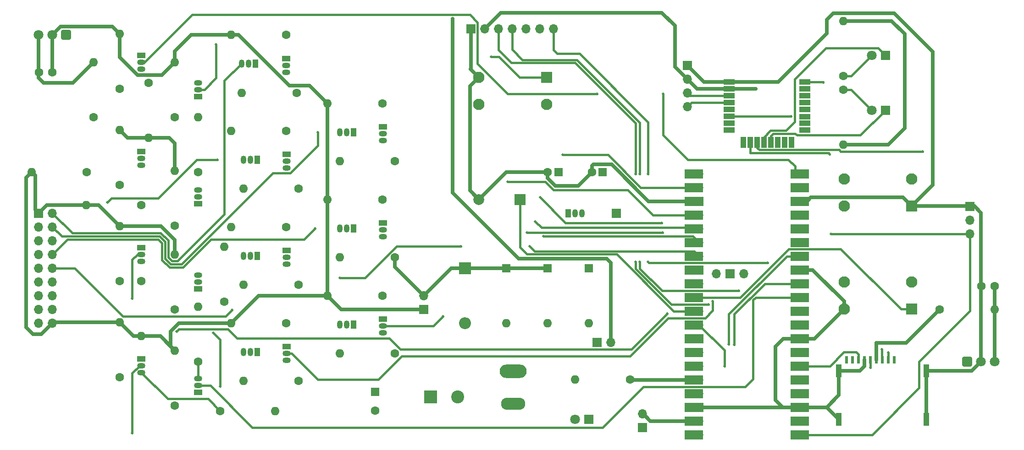
<source format=gbr>
%TF.GenerationSoftware,KiCad,Pcbnew,7.0.2*%
%TF.CreationDate,2023-07-21T23:10:52-07:00*%
%TF.ProjectId,Score-Board,53636f72-652d-4426-9f61-72642e6b6963,1*%
%TF.SameCoordinates,Original*%
%TF.FileFunction,Copper,L1,Top*%
%TF.FilePolarity,Positive*%
%FSLAX46Y46*%
G04 Gerber Fmt 4.6, Leading zero omitted, Abs format (unit mm)*
G04 Created by KiCad (PCBNEW 7.0.2) date 2023-07-21 23:10:52*
%MOMM*%
%LPD*%
G01*
G04 APERTURE LIST*
G04 Aperture macros list*
%AMRoundRect*
0 Rectangle with rounded corners*
0 $1 Rounding radius*
0 $2 $3 $4 $5 $6 $7 $8 $9 X,Y pos of 4 corners*
0 Add a 4 corners polygon primitive as box body*
4,1,4,$2,$3,$4,$5,$6,$7,$8,$9,$2,$3,0*
0 Add four circle primitives for the rounded corners*
1,1,$1+$1,$2,$3*
1,1,$1+$1,$4,$5*
1,1,$1+$1,$6,$7*
1,1,$1+$1,$8,$9*
0 Add four rect primitives between the rounded corners*
20,1,$1+$1,$2,$3,$4,$5,0*
20,1,$1+$1,$4,$5,$6,$7,0*
20,1,$1+$1,$6,$7,$8,$9,0*
20,1,$1+$1,$8,$9,$2,$3,0*%
G04 Aperture macros list end*
%TA.AperFunction,ComponentPad*%
%ADD10O,1.700000X1.700000*%
%TD*%
%TA.AperFunction,ComponentPad*%
%ADD11R,1.700000X1.700000*%
%TD*%
%TA.AperFunction,SMDPad,CuDef*%
%ADD12R,3.500000X1.700000*%
%TD*%
%TA.AperFunction,ComponentPad*%
%ADD13C,1.600000*%
%TD*%
%TA.AperFunction,ComponentPad*%
%ADD14O,1.600000X1.600000*%
%TD*%
%TA.AperFunction,ComponentPad*%
%ADD15R,1.500000X1.050000*%
%TD*%
%TA.AperFunction,ComponentPad*%
%ADD16O,1.500000X1.050000*%
%TD*%
%TA.AperFunction,ComponentPad*%
%ADD17R,1.600000X1.600000*%
%TD*%
%TA.AperFunction,ComponentPad*%
%ADD18R,1.050000X1.500000*%
%TD*%
%TA.AperFunction,ComponentPad*%
%ADD19O,1.050000X1.500000*%
%TD*%
%TA.AperFunction,SMDPad,CuDef*%
%ADD20R,0.620000X1.400000*%
%TD*%
%TA.AperFunction,SMDPad,CuDef*%
%ADD21R,1.100000X2.400000*%
%TD*%
%TA.AperFunction,ComponentPad*%
%ADD22R,2.100000X2.100000*%
%TD*%
%TA.AperFunction,ComponentPad*%
%ADD23C,2.100000*%
%TD*%
%TA.AperFunction,SMDPad,CuDef*%
%ADD24R,2.000000X1.000000*%
%TD*%
%TA.AperFunction,SMDPad,CuDef*%
%ADD25R,1.000000X2.000000*%
%TD*%
%TA.AperFunction,ComponentPad*%
%ADD26R,2.400000X2.400000*%
%TD*%
%TA.AperFunction,ComponentPad*%
%ADD27C,2.400000*%
%TD*%
%TA.AperFunction,ComponentPad*%
%ADD28R,2.000000X2.000000*%
%TD*%
%TA.AperFunction,ComponentPad*%
%ADD29C,2.000000*%
%TD*%
%TA.AperFunction,ComponentPad*%
%ADD30O,5.000000X2.500000*%
%TD*%
%TA.AperFunction,ComponentPad*%
%ADD31O,4.500000X2.250000*%
%TD*%
%TA.AperFunction,ComponentPad*%
%ADD32R,1.800000X1.800000*%
%TD*%
%TA.AperFunction,ComponentPad*%
%ADD33C,1.800000*%
%TD*%
%TA.AperFunction,ComponentPad*%
%ADD34R,2.200000X2.200000*%
%TD*%
%TA.AperFunction,ComponentPad*%
%ADD35O,2.200000X2.200000*%
%TD*%
%TA.AperFunction,ComponentPad*%
%ADD36RoundRect,0.250200X-0.649800X-0.649800X0.649800X-0.649800X0.649800X0.649800X-0.649800X0.649800X0*%
%TD*%
%TA.AperFunction,ComponentPad*%
%ADD37RoundRect,0.250200X0.649800X0.649800X-0.649800X0.649800X-0.649800X-0.649800X0.649800X-0.649800X0*%
%TD*%
%TA.AperFunction,ViaPad*%
%ADD38C,0.508000*%
%TD*%
%TA.AperFunction,ViaPad*%
%ADD39C,0.635000*%
%TD*%
%TA.AperFunction,Conductor*%
%ADD40C,0.381000*%
%TD*%
%TA.AperFunction,Conductor*%
%ADD41C,0.711200*%
%TD*%
G04 APERTURE END LIST*
D10*
%TO.P,U1,43,SWDIO*%
%TO.N,unconnected-(U1-SWDIO-Pad43)*%
X169455000Y-91286000D03*
D11*
%TO.P,U1,42,GND*%
%TO.N,unconnected-(U1-GND-Pad42)*%
X171995000Y-91286000D03*
D10*
%TO.P,U1,41,SWCLK*%
%TO.N,unconnected-(U1-SWCLK-Pad41)*%
X174535000Y-91286000D03*
%TO.P,U1,40,VBUS*%
%TO.N,unconnected-(U1-VBUS-Pad40)*%
X166229100Y-121016000D03*
D12*
X165329100Y-121016000D03*
D10*
%TO.P,U1,39,VSYS*%
%TO.N,VSS*%
X166229100Y-118476000D03*
D12*
X165329100Y-118476000D03*
D11*
%TO.P,U1,38,GND*%
%TO.N,GND*%
X166229100Y-115936000D03*
D12*
X165329100Y-115936000D03*
D10*
%TO.P,U1,37,3V3_EN*%
%TO.N,unconnected-(U1-3V3_EN-Pad37)*%
X166229100Y-113396000D03*
D12*
X165329100Y-113396000D03*
%TO.P,U1,36,3V3*%
%TO.N,+3.3V*%
X165329100Y-110856000D03*
D10*
X166229100Y-110856000D03*
D12*
%TO.P,U1,35,ADC_VREF*%
%TO.N,unconnected-(U1-ADC_VREF-Pad35)*%
X165329100Y-108316000D03*
D10*
X166229100Y-108316000D03*
D12*
%TO.P,U1,34,GPIO28_ADC2*%
%TO.N,/IR_2*%
X165329100Y-105776000D03*
D10*
X166229100Y-105776000D03*
D11*
%TO.P,U1,33,AGND*%
%TO.N,GND*%
X166229100Y-103236000D03*
D12*
X165329100Y-103236000D03*
%TO.P,U1,32,GPIO27_ADC1*%
%TO.N,/IR_1*%
X165329100Y-100696000D03*
D10*
X166229100Y-100696000D03*
D12*
%TO.P,U1,31,GPIO26_ADC0*%
%TO.N,/BZR*%
X165329100Y-98156000D03*
D10*
X166229100Y-98156000D03*
D12*
%TO.P,U1,30,RUN*%
%TO.N,/RESET*%
X165329100Y-95616000D03*
D10*
X166229100Y-95616000D03*
%TO.P,U1,29,GPIO22*%
%TO.N,/DE.IND*%
X166229100Y-93076000D03*
D12*
X165329100Y-93076000D03*
D11*
%TO.P,U1,28,GND*%
%TO.N,GND*%
X166229100Y-90536000D03*
D12*
X165329100Y-90536000D03*
%TO.P,U1,27,GPIO21*%
%TO.N,/DE.C01*%
X165329100Y-87996000D03*
D10*
X166229100Y-87996000D03*
%TO.P,U1,26,GPIO20*%
%TO.N,/DE.C10*%
X166229100Y-85456000D03*
D12*
X165329100Y-85456000D03*
D10*
%TO.P,U1,25,GPIO19*%
%TO.N,/DE.B01*%
X166229100Y-82916000D03*
D12*
X165329100Y-82916000D03*
%TO.P,U1,24,GPIO18*%
%TO.N,/DE.B10*%
X165329100Y-80376000D03*
D10*
X166229100Y-80376000D03*
D12*
%TO.P,U1,23,GND*%
%TO.N,GND*%
X165329100Y-77836000D03*
D11*
X166229100Y-77836000D03*
D10*
%TO.P,U1,22,GPIO17*%
%TO.N,/DE.A01*%
X166229100Y-75296000D03*
D12*
X165329100Y-75296000D03*
D10*
%TO.P,U1,21,GPIO16*%
%TO.N,/DE.A10*%
X166229100Y-72756000D03*
D12*
X165329100Y-72756000D03*
%TO.P,U1,20,GPIO15*%
%TO.N,/SE.A*%
X184909100Y-72756000D03*
D10*
X184009100Y-72756000D03*
D12*
%TO.P,U1,19,GPIO14*%
%TO.N,/SE.B*%
X184909100Y-75296000D03*
D10*
X184009100Y-75296000D03*
D11*
%TO.P,U1,18,GND*%
%TO.N,GND*%
X184009100Y-77836000D03*
D12*
X184909100Y-77836000D03*
D10*
%TO.P,U1,17,GPIO13*%
%TO.N,/SE.C*%
X184009100Y-80376000D03*
D12*
X184909100Y-80376000D03*
%TO.P,U1,16,GPIO12*%
%TO.N,/SE.D*%
X184909100Y-82916000D03*
D10*
X184009100Y-82916000D03*
%TO.P,U1,15,GPIO11*%
%TO.N,/SE.E*%
X184009100Y-85456000D03*
D12*
X184909100Y-85456000D03*
%TO.P,U1,14,GPIO10*%
%TO.N,/SE.F*%
X184909100Y-87996000D03*
D10*
X184009100Y-87996000D03*
D11*
%TO.P,U1,13,GND*%
%TO.N,GND*%
X184009100Y-90536000D03*
D12*
X184909100Y-90536000D03*
D10*
%TO.P,U1,12,GPIO9*%
%TO.N,/SE.G*%
X184009100Y-93076000D03*
D12*
X184909100Y-93076000D03*
%TO.P,U1,11,GPIO8*%
%TO.N,/SE.P*%
X184909100Y-95616000D03*
D10*
X184009100Y-95616000D03*
D12*
%TO.P,U1,10,GPIO7*%
%TO.N,/DISP_CD*%
X184909100Y-98156000D03*
D10*
X184009100Y-98156000D03*
%TO.P,U1,9,GPIO6*%
%TO.N,/DISP_CS-*%
X184009100Y-100696000D03*
D12*
X184909100Y-100696000D03*
D11*
%TO.P,U1,8,GND*%
%TO.N,GND*%
X184009100Y-103236000D03*
D12*
X184909100Y-103236000D03*
%TO.P,U1,7,GPIO5*%
%TO.N,/CARD_CS-*%
X184909100Y-105776000D03*
D10*
X184009100Y-105776000D03*
%TO.P,U1,6,GPIO4*%
%TO.N,/SPIMI*%
X184009100Y-108316000D03*
D12*
X184909100Y-108316000D03*
D10*
%TO.P,U1,5,GPIO3*%
%TO.N,/SPIMO*%
X184009100Y-110856000D03*
D12*
X184909100Y-110856000D03*
D10*
%TO.P,U1,4,GPIO2*%
%TO.N,/SPICK*%
X184009100Y-113396000D03*
D12*
X184909100Y-113396000D03*
%TO.P,U1,3,GND*%
%TO.N,GND*%
X184909100Y-115936000D03*
D11*
X184009100Y-115936000D03*
D12*
%TO.P,U1,2,GPIO1*%
%TO.N,/ZRX*%
X184909100Y-118476000D03*
D10*
X184009100Y-118476000D03*
D12*
%TO.P,U1,1,GPIO0*%
%TO.N,/ZTX*%
X184909100Y-121016000D03*
D10*
X184009100Y-121016000D03*
%TD*%
D13*
%TO.P,C5,1*%
%TO.N,GND*%
X46900000Y-54015000D03*
%TO.P,C5,2*%
%TO.N,/VIR.B*%
X44400000Y-54015000D03*
%TD*%
%TO.P,C4,1*%
%TO.N,GND*%
X218390000Y-93512000D03*
%TO.P,C4,2*%
%TO.N,/VIR.A*%
X220890000Y-93512000D03*
%TD*%
%TO.P,R21,1*%
%TO.N,/SD.A*%
X64680000Y-55920000D03*
D14*
%TO.P,R21,2*%
%TO.N,GND*%
X64680000Y-66080000D03*
%TD*%
D13*
%TO.P,R26,1*%
%TO.N,/SD.F*%
X78650000Y-96433000D03*
D14*
%TO.P,R26,2*%
%TO.N,GND*%
X78650000Y-86273000D03*
%TD*%
D15*
%TO.P,Q21,1,E*%
%TO.N,Net-(Q21-E)*%
X63304000Y-106974000D03*
D16*
%TO.P,Q21,2,B*%
%TO.N,/SE.G*%
X63304000Y-108244000D03*
%TO.P,Q21,3,C*%
%TO.N,/SD.G*%
X63304000Y-109514000D03*
%TD*%
D17*
%TO.P,C1,1*%
%TO.N,+12V*%
X106500000Y-113070000D03*
D13*
%TO.P,C1,2*%
%TO.N,GND*%
X106500000Y-116570000D03*
%TD*%
%TO.P,R7,1*%
%TO.N,Net-(Q1-E)*%
X90080000Y-47030000D03*
D14*
%TO.P,R7,2*%
%TO.N,GND*%
X79920000Y-47030000D03*
%TD*%
D18*
%TO.P,Q9,1,E*%
%TO.N,+12V*%
X102526000Y-65078000D03*
D19*
%TO.P,Q9,2,B*%
%TO.N,Net-(Q2-C)*%
X101256000Y-65078000D03*
%TO.P,Q9,3,C*%
%TO.N,/DD.A01*%
X99986000Y-65078000D03*
%TD*%
D13*
%TO.P,R11,1*%
%TO.N,Net-(Q3-E)*%
X90080000Y-64810000D03*
D14*
%TO.P,R11,2*%
%TO.N,GND*%
X79920000Y-64810000D03*
%TD*%
D13*
%TO.P,R5,1*%
%TO.N,+3.3V*%
X153580000Y-110784000D03*
D14*
%TO.P,R5,2*%
%TO.N,Net-(LED1-A)*%
X143420000Y-110784000D03*
%TD*%
D15*
%TO.P,Q6,1,E*%
%TO.N,Net-(Q6-E)*%
X107881000Y-99608000D03*
D16*
%TO.P,Q6,2,B*%
%TO.N,/DE.C10*%
X107881000Y-100878000D03*
%TO.P,Q6,3,C*%
%TO.N,Net-(Q13-B)*%
X107881000Y-102148000D03*
%TD*%
D11*
%TO.P,TP1,1,Pin_1*%
%TO.N,+5V*%
X151040000Y-80050000D03*
%TD*%
D20*
%TO.P,SD1,1,DAT2*%
%TO.N,unconnected-(SD1-DAT2-Pad1)*%
X202290000Y-107198000D03*
%TO.P,SD1,2,DAT3/CD*%
%TO.N,/CARD_CS-*%
X201190000Y-107198000D03*
%TO.P,SD1,3,CMD*%
%TO.N,/SPIMO*%
X200090000Y-107198000D03*
%TO.P,SD1,4,VDD*%
%TO.N,+3.3V*%
X198990000Y-107198000D03*
%TO.P,SD1,5,CLK*%
%TO.N,/SPICK*%
X197890000Y-107198000D03*
%TO.P,SD1,6,VSS*%
%TO.N,GND*%
X196790000Y-107198000D03*
%TO.P,SD1,7,DAT0*%
%TO.N,/SPIMI*%
X195690000Y-107198000D03*
%TO.P,SD1,8,DAT1*%
%TO.N,unconnected-(SD1-DAT1-Pad8)*%
X194590000Y-107198000D03*
%TO.P,SD1,9,DET*%
%TO.N,unconnected-(SD1-DET-Pad9)*%
X193490000Y-107198000D03*
D21*
%TO.P,SD1,10,SHIELD*%
%TO.N,GND*%
X192110000Y-109198000D03*
X192110000Y-118198000D03*
X208260000Y-109198000D03*
X208260000Y-118198000D03*
%TD*%
D13*
%TO.P,R27,1*%
%TO.N,/SD.G*%
X77888000Y-116626000D03*
D14*
%TO.P,R27,2*%
%TO.N,GND*%
X88048000Y-116626000D03*
%TD*%
D18*
%TO.P,Q12,1,E*%
%TO.N,+12V*%
X84746000Y-87938000D03*
D19*
%TO.P,Q12,2,B*%
%TO.N,Net-(Q12-B)*%
X83476000Y-87938000D03*
%TO.P,Q12,3,C*%
%TO.N,/DD.C01*%
X82206000Y-87938000D03*
%TD*%
D22*
%TO.P,SW1,1,1*%
%TO.N,/RESET*%
X205550000Y-97790000D03*
D23*
%TO.P,SW1,2,2*%
%TO.N,GND*%
X193050000Y-97790000D03*
%TO.P,SW1,3*%
%TO.N,N/C*%
X205550000Y-92790000D03*
%TO.P,SW1,4*%
X193050000Y-92790000D03*
%TD*%
D13*
%TO.P,R25,1*%
%TO.N,/SD.E*%
X63283000Y-92623000D03*
D14*
%TO.P,R25,2*%
%TO.N,GND*%
X63283000Y-102783000D03*
%TD*%
D13*
%TO.P,R13,1*%
%TO.N,Net-(Q4-E)*%
X107860000Y-77510000D03*
D14*
%TO.P,R13,2*%
%TO.N,GND*%
X97700000Y-77510000D03*
%TD*%
D15*
%TO.P,Q1,1,E*%
%TO.N,Net-(Q1-E)*%
X90080000Y-51475000D03*
D16*
%TO.P,Q1,2,B*%
%TO.N,/DE.A10*%
X90080000Y-52745000D03*
%TO.P,Q1,3,C*%
%TO.N,Net-(Q1-C)*%
X90080000Y-54015000D03*
%TD*%
D18*
%TO.P,Q13,1,E*%
%TO.N,+12V*%
X102526000Y-100638000D03*
D19*
%TO.P,Q13,2,B*%
%TO.N,Net-(Q13-B)*%
X101256000Y-100638000D03*
%TO.P,Q13,3,C*%
%TO.N,/DD.C10*%
X99986000Y-100638000D03*
%TD*%
D15*
%TO.P,Q4,1,E*%
%TO.N,Net-(Q4-E)*%
X107881000Y-81828000D03*
D16*
%TO.P,Q4,2,B*%
%TO.N,/DE.B01*%
X107881000Y-83098000D03*
%TO.P,Q4,3,C*%
%TO.N,Net-(Q11-B)*%
X107881000Y-84368000D03*
%TD*%
D24*
%TO.P,U2,1,GND*%
%TO.N,GND*%
X171822100Y-55812500D03*
%TO.P,U2,2,VCC*%
%TO.N,+3.3V*%
X171822100Y-57082500D03*
%TO.P,U2,3,D_CLK*%
%TO.N,/CC_CLK*%
X171822100Y-58352500D03*
%TO.P,U2,4,D_DATA*%
%TO.N,/CC_SDA*%
X171822100Y-59622500D03*
%TO.P,U2,5,P2.0*%
%TO.N,unconnected-(U2-P2.0-Pad5)*%
X171822100Y-60892500D03*
%TO.P,U2,6,NWK_KEY*%
%TO.N,/NWK_SEL*%
X171822100Y-62162500D03*
%TO.P,U2,7,P1.6*%
%TO.N,unconnected-(U2-P1.6-Pad7)*%
X171822100Y-63432500D03*
%TO.P,U2,8,NC*%
%TO.N,unconnected-(U2-NC-Pad8)*%
X171822100Y-64702500D03*
D25*
%TO.P,U2,9,NC*%
%TO.N,unconnected-(U2-NC-Pad9)*%
X174442100Y-66962500D03*
%TO.P,U2,10,UART0_TX*%
%TO.N,/ZTX*%
X175712100Y-66962500D03*
%TO.P,U2,11,UART0_RX*%
%TO.N,/ZRX*%
X176982100Y-66962500D03*
%TO.P,U2,12,RUN_LED*%
%TO.N,Net-(LED2-K)*%
X178252100Y-66962500D03*
%TO.P,U2,13,NWK_LED*%
%TO.N,Net-(LED3-K)*%
X179522100Y-66962500D03*
%TO.P,U2,14,P1.1*%
%TO.N,unconnected-(U2-P1.1-Pad14)*%
X180792372Y-66972349D03*
%TO.P,U2,15,P1.0*%
%TO.N,unconnected-(U2-P1.0-Pad15)*%
X182062100Y-66962500D03*
%TO.P,U2,16,P0.7*%
%TO.N,unconnected-(U2-P0.7-Pad16)*%
X183332100Y-66962500D03*
D24*
%TO.P,U2,17,P0.6*%
%TO.N,unconnected-(U2-P0.6-Pad17)*%
X185792100Y-64702500D03*
%TO.P,U2,18,P0.5*%
%TO.N,unconnected-(U2-P0.5-Pad18)*%
X185792100Y-63432500D03*
%TO.P,U2,19,P0.4*%
%TO.N,unconnected-(U2-P0.4-Pad19)*%
X185801319Y-62225188D03*
%TO.P,U2,20,P0.3*%
%TO.N,unconnected-(U2-P0.3-Pad20)*%
X185792100Y-60892500D03*
%TO.P,U2,21,P0.2*%
%TO.N,unconnected-(U2-P0.2-Pad21)*%
X185792100Y-59622500D03*
%TO.P,U2,22,P0.1*%
%TO.N,unconnected-(U2-P0.1-Pad22)*%
X185792100Y-58352500D03*
%TO.P,U2,23,P0.0*%
%TO.N,unconnected-(U2-P0.0-Pad23)*%
X185792100Y-57082500D03*
%TO.P,U2,24,RESET*%
%TO.N,/RESET*%
X185792100Y-55812500D03*
%TD*%
D10*
%TO.P,J4,3,Pin_3*%
%TO.N,/ZTX*%
X216318000Y-83860000D03*
%TO.P,J4,2,Pin_2*%
%TO.N,/ZRX*%
X216318000Y-81320000D03*
D11*
%TO.P,J4,1,Pin_1*%
%TO.N,GND*%
X216318000Y-78780000D03*
%TD*%
D13*
%TO.P,R1,1,I*%
%TO.N,+3.3V*%
X210730000Y-97830000D03*
D14*
%TO.P,R1,2,O*%
%TO.N,/VIR.A*%
X220890000Y-97830000D03*
%TD*%
D17*
%TO.P,D3,1,K*%
%TO.N,+12V*%
X130720000Y-90210000D03*
D14*
%TO.P,D3,2,A*%
%TO.N,Net-(D3-A)*%
X130720000Y-100370000D03*
%TD*%
D13*
%TO.P,R18,1*%
%TO.N,+12V*%
X92366000Y-111038000D03*
D14*
%TO.P,R18,2*%
%TO.N,Net-(Q14-B)*%
X82206000Y-111038000D03*
%TD*%
D13*
%TO.P,R6,1*%
%TO.N,+12V*%
X91985000Y-57825000D03*
D14*
%TO.P,R6,2*%
%TO.N,Net-(Q1-C)*%
X81825000Y-57825000D03*
%TD*%
D13*
%TO.P,R10,1*%
%TO.N,+12V*%
X92366000Y-75478000D03*
D14*
%TO.P,R10,2*%
%TO.N,Net-(Q10-B)*%
X82206000Y-75478000D03*
%TD*%
D18*
%TO.P,Q8,1,E*%
%TO.N,+12V*%
X84365000Y-52385000D03*
D19*
%TO.P,Q8,2,B*%
%TO.N,Net-(Q1-C)*%
X83095000Y-52385000D03*
%TO.P,Q8,3,C*%
%TO.N,/DD.A10*%
X81825000Y-52385000D03*
%TD*%
D15*
%TO.P,Q17,1,E*%
%TO.N,Net-(Q17-E)*%
X63304000Y-68627000D03*
D16*
%TO.P,Q17,2,B*%
%TO.N,/SE.C*%
X63304000Y-69897000D03*
%TO.P,Q17,3,C*%
%TO.N,/SD.C*%
X63304000Y-71167000D03*
%TD*%
D26*
%TO.P,J2,1,Pin_1*%
%TO.N,GND*%
X116700000Y-114040000D03*
D27*
%TO.P,J2,2,Pin_2*%
%TO.N,Net-(D3-A)*%
X121700000Y-114040000D03*
%TD*%
D13*
%TO.P,R42,1*%
%TO.N,Net-(Q21-E)*%
X59346000Y-110410000D03*
D14*
%TO.P,R42,2*%
%TO.N,GND*%
X59346000Y-100250000D03*
%TD*%
D18*
%TO.P,Q11,1,E*%
%TO.N,+12V*%
X102526000Y-82858000D03*
D19*
%TO.P,Q11,2,B*%
%TO.N,Net-(Q11-B)*%
X101256000Y-82858000D03*
%TO.P,Q11,3,C*%
%TO.N,/DD.B01*%
X99986000Y-82858000D03*
%TD*%
D15*
%TO.P,Q15,1,E*%
%TO.N,Net-(Q15-E)*%
X63304000Y-50847000D03*
D16*
%TO.P,Q15,2,B*%
%TO.N,/SE.A*%
X63304000Y-52117000D03*
%TO.P,Q15,3,C*%
%TO.N,/SD.A*%
X63304000Y-53387000D03*
%TD*%
D15*
%TO.P,Q19,1,E*%
%TO.N,Net-(Q19-E)*%
X63304000Y-86407000D03*
D16*
%TO.P,Q19,2,B*%
%TO.N,/SE.E*%
X63304000Y-87677000D03*
%TO.P,Q19,3,C*%
%TO.N,/SD.E*%
X63304000Y-88947000D03*
%TD*%
D13*
%TO.P,R28,1*%
%TO.N,/SD.P*%
X73824000Y-107482000D03*
D14*
%TO.P,R28,2*%
%TO.N,GND*%
X73824000Y-97322000D03*
%TD*%
D13*
%TO.P,R15,1*%
%TO.N,Net-(Q5-E)*%
X90080000Y-82590000D03*
D14*
%TO.P,R15,2*%
%TO.N,GND*%
X79920000Y-82590000D03*
%TD*%
D13*
%TO.P,R12,1*%
%TO.N,+12V*%
X110146000Y-88178000D03*
D14*
%TO.P,R12,2*%
%TO.N,Net-(Q11-B)*%
X99986000Y-88178000D03*
%TD*%
D13*
%TO.P,R16,1*%
%TO.N,+12V*%
X110146000Y-105958000D03*
D14*
%TO.P,R16,2*%
%TO.N,Net-(Q13-B)*%
X99986000Y-105958000D03*
%TD*%
D13*
%TO.P,R33,1*%
%TO.N,Net-(Q16-E)*%
X69506000Y-62270000D03*
D14*
%TO.P,R33,2*%
%TO.N,GND*%
X69506000Y-52110000D03*
%TD*%
D22*
%TO.P,SW2,1,1*%
%TO.N,GND*%
X205550000Y-78740000D03*
D23*
%TO.P,SW2,2,2*%
%TO.N,/NWK_SEL*%
X193050000Y-78740000D03*
%TO.P,SW2,3*%
%TO.N,N/C*%
X205550000Y-73740000D03*
%TO.P,SW2,4*%
X193050000Y-73740000D03*
%TD*%
D15*
%TO.P,Q18,1,E*%
%TO.N,Net-(Q18-E)*%
X73824000Y-78272000D03*
D16*
%TO.P,Q18,2,B*%
%TO.N,/SE.D*%
X73824000Y-77002000D03*
%TO.P,Q18,3,C*%
%TO.N,/SD.D*%
X73824000Y-75732000D03*
%TD*%
D15*
%TO.P,Q2,1,E*%
%TO.N,Net-(Q2-E)*%
X107881000Y-64048000D03*
D16*
%TO.P,Q2,2,B*%
%TO.N,/DE.A01*%
X107881000Y-65318000D03*
%TO.P,Q2,3,C*%
%TO.N,Net-(Q2-C)*%
X107881000Y-66588000D03*
%TD*%
D17*
%TO.P,D4,1,K*%
%TO.N,VSS*%
X145960000Y-90210000D03*
D14*
%TO.P,D4,2,A*%
%TO.N,+5V*%
X145960000Y-100370000D03*
%TD*%
D11*
%TO.P,Conn1,1,Pin_1*%
%TO.N,GND*%
X44360000Y-80050000D03*
D10*
%TO.P,Conn1,2,Pin_2*%
%TO.N,/DD.A10*%
X46900000Y-80050000D03*
%TO.P,Conn1,3,Pin_3*%
%TO.N,/SD.A*%
X44360000Y-82590000D03*
%TO.P,Conn1,4,Pin_4*%
%TO.N,/DD.A01*%
X46900000Y-82590000D03*
%TO.P,Conn1,5,Pin_5*%
%TO.N,/SD.B*%
X44360000Y-85130000D03*
%TO.P,Conn1,6,Pin_6*%
%TO.N,/DD.B10*%
X46900000Y-85130000D03*
%TO.P,Conn1,7,Pin_7*%
%TO.N,/SD.C*%
X44360000Y-87670000D03*
%TO.P,Conn1,8,Pin_8*%
%TO.N,/DD.B01*%
X46900000Y-87670000D03*
%TO.P,Conn1,9,Pin_9*%
%TO.N,/SD.D*%
X44360000Y-90210000D03*
%TO.P,Conn1,10,Pin_10*%
%TO.N,/DD.C10*%
X46900000Y-90210000D03*
%TO.P,Conn1,11,Pin_11*%
%TO.N,/SD.E*%
X44360000Y-92750000D03*
%TO.P,Conn1,12,Pin_12*%
%TO.N,/DD.C01*%
X46900000Y-92750000D03*
%TO.P,Conn1,13,Pin_13*%
%TO.N,/SD.F*%
X44360000Y-95290000D03*
%TO.P,Conn1,14,Pin_14*%
%TO.N,/DD.IND*%
X46900000Y-95290000D03*
%TO.P,Conn1,15,Pin_15*%
%TO.N,/SD.G*%
X44360000Y-97830000D03*
%TO.P,Conn1,16,Pin_16*%
%TO.N,/DD.IND*%
X46900000Y-97830000D03*
%TO.P,Conn1,17,Pin_17*%
%TO.N,/SD.P*%
X44360000Y-100370000D03*
%TO.P,Conn1,18,Pin_18*%
%TO.N,GND*%
X46900000Y-100370000D03*
%TD*%
D18*
%TO.P,U5,1,GND*%
%TO.N,GND*%
X142150000Y-80050000D03*
D19*
%TO.P,U5,2,VI*%
%TO.N,+12V*%
X143420000Y-80050000D03*
%TO.P,U5,3,VO*%
%TO.N,+5V*%
X144690000Y-80050000D03*
%TD*%
D13*
%TO.P,R2,1,I*%
%TO.N,+3.3V*%
X54520000Y-62270000D03*
D14*
%TO.P,R2,2,O*%
%TO.N,/VIR.B*%
X54520000Y-52110000D03*
%TD*%
D15*
%TO.P,Q3,1,E*%
%TO.N,Net-(Q3-E)*%
X90101000Y-69128000D03*
D16*
%TO.P,Q3,2,B*%
%TO.N,/DE.B10*%
X90101000Y-70398000D03*
%TO.P,Q3,3,C*%
%TO.N,Net-(Q10-B)*%
X90101000Y-71668000D03*
%TD*%
D13*
%TO.P,R9,1*%
%TO.N,Net-(Q2-E)*%
X107860000Y-59730000D03*
D14*
%TO.P,R9,2*%
%TO.N,GND*%
X97700000Y-59730000D03*
%TD*%
D13*
%TO.P,R19,1*%
%TO.N,Net-(Q7-E)*%
X90080000Y-100370000D03*
D14*
%TO.P,R19,2*%
%TO.N,GND*%
X79920000Y-100370000D03*
%TD*%
D13*
%TO.P,R20,1*%
%TO.N,Net-(Q15-E)*%
X59346000Y-57070000D03*
D14*
%TO.P,R20,2*%
%TO.N,GND*%
X59346000Y-46910000D03*
%TD*%
D13*
%TO.P,R41,1*%
%TO.N,Net-(Q20-E)*%
X69506000Y-97830000D03*
D14*
%TO.P,R41,2*%
%TO.N,GND*%
X69506000Y-87670000D03*
%TD*%
D17*
%TO.P,C3,1*%
%TO.N,+5V*%
X148500000Y-72430000D03*
D13*
%TO.P,C3,2*%
%TO.N,GND*%
X146500000Y-72430000D03*
%TD*%
%TO.P,R40,1*%
%TO.N,Net-(Q19-E)*%
X59346000Y-92630000D03*
D14*
%TO.P,R40,2*%
%TO.N,GND*%
X59346000Y-82470000D03*
%TD*%
D28*
%TO.P,BZ1,1,-*%
%TO.N,/BZR*%
X133240000Y-77510000D03*
D29*
%TO.P,BZ1,2,+*%
%TO.N,GND*%
X125640000Y-77510000D03*
%TD*%
D30*
%TO.P,J1,1*%
%TO.N,Net-(D2-A)*%
X131990000Y-109265200D03*
D31*
%TO.P,J1,2*%
%TO.N,GND*%
X131990000Y-115265200D03*
%TD*%
D32*
%TO.P,LED2,1,K*%
%TO.N,Net-(LED2-K)*%
X200677500Y-50840000D03*
D33*
%TO.P,LED2,2,A*%
%TO.N,Net-(LED2-A)*%
X198137500Y-50840000D03*
%TD*%
D11*
%TO.P,J5,1,Pin_1*%
%TO.N,GND*%
X164121000Y-52755000D03*
D10*
%TO.P,J5,2,Pin_2*%
%TO.N,+3.3V*%
X164121000Y-55295000D03*
%TO.P,J5,3,Pin_3*%
%TO.N,/CC_CLK*%
X164121000Y-57835000D03*
%TO.P,J5,4,Pin_4*%
%TO.N,/CC_SDA*%
X164121000Y-60375000D03*
%TD*%
D11*
%TO.P,J6,1,Pin_1*%
%TO.N,GND*%
X147484000Y-103926000D03*
D10*
%TO.P,J6,2,Pin_2*%
%TO.N,+3.3V*%
X150024000Y-103926000D03*
%TD*%
D15*
%TO.P,Q16,1,E*%
%TO.N,Net-(Q16-E)*%
X73824000Y-58460000D03*
D16*
%TO.P,Q16,2,B*%
%TO.N,/SE.B*%
X73824000Y-57190000D03*
%TO.P,Q16,3,C*%
%TO.N,/SD.B*%
X73824000Y-55920000D03*
%TD*%
D13*
%TO.P,R43,1*%
%TO.N,Net-(Q22-E)*%
X69506000Y-115610000D03*
D14*
%TO.P,R43,2*%
%TO.N,GND*%
X69506000Y-105450000D03*
%TD*%
D13*
%TO.P,R17,1*%
%TO.N,Net-(Q6-E)*%
X107860000Y-95290000D03*
D14*
%TO.P,R17,2*%
%TO.N,GND*%
X97700000Y-95290000D03*
%TD*%
D11*
%TO.P,J7,1,Pin_1*%
%TO.N,GND*%
X115480000Y-97830000D03*
D10*
%TO.P,J7,2,Pin_2*%
%TO.N,+12V*%
X115480000Y-95290000D03*
%TD*%
D13*
%TO.P,R14,1*%
%TO.N,+12V*%
X92366000Y-93258000D03*
D14*
%TO.P,R14,2*%
%TO.N,Net-(Q12-B)*%
X82206000Y-93258000D03*
%TD*%
D34*
%TO.P,D1,1,K*%
%TO.N,+12V*%
X123100000Y-90210000D03*
D35*
%TO.P,D1,2,A*%
%TO.N,GND*%
X123100000Y-100370000D03*
%TD*%
D15*
%TO.P,Q20,1,E*%
%TO.N,Net-(Q20-E)*%
X73824000Y-94020000D03*
D16*
%TO.P,Q20,2,B*%
%TO.N,/SE.F*%
X73824000Y-92750000D03*
%TO.P,Q20,3,C*%
%TO.N,/SD.F*%
X73824000Y-91480000D03*
%TD*%
D36*
%TO.P,IR1,1,OUT*%
%TO.N,/IR_1*%
X215810000Y-107473000D03*
D33*
%TO.P,IR1,2,GND*%
%TO.N,GND*%
X218350000Y-107473000D03*
%TO.P,IR1,3,Vs*%
%TO.N,/VIR.A*%
X220890000Y-107473000D03*
%TD*%
D13*
%TO.P,R24,1*%
%TO.N,/SD.D*%
X73824000Y-72430000D03*
D14*
%TO.P,R24,2*%
%TO.N,GND*%
X73824000Y-62270000D03*
%TD*%
D13*
%TO.P,R3,1*%
%TO.N,Net-(LED2-A)*%
X192950000Y-54650000D03*
D14*
%TO.P,R3,2*%
%TO.N,+3.3V*%
X192950000Y-44490000D03*
%TD*%
D13*
%TO.P,R34,1*%
%TO.N,Net-(Q17-E)*%
X59346000Y-74850000D03*
D14*
%TO.P,R34,2*%
%TO.N,GND*%
X59346000Y-64690000D03*
%TD*%
D18*
%TO.P,Q14,1,E*%
%TO.N,+12V*%
X84746000Y-105718000D03*
D19*
%TO.P,Q14,2,B*%
%TO.N,Net-(Q14-B)*%
X83476000Y-105718000D03*
%TO.P,Q14,3,C*%
%TO.N,/DD.IND*%
X82206000Y-105718000D03*
%TD*%
D13*
%TO.P,R8,1*%
%TO.N,+12V*%
X110146000Y-70398000D03*
D14*
%TO.P,R8,2*%
%TO.N,Net-(Q2-C)*%
X99986000Y-70398000D03*
%TD*%
D13*
%TO.P,R4,1*%
%TO.N,Net-(LED3-A)*%
X192950000Y-57190000D03*
D14*
%TO.P,R4,2*%
%TO.N,+3.3V*%
X192950000Y-67350000D03*
%TD*%
D17*
%TO.P,D2,1,K*%
%TO.N,+12V*%
X138340000Y-90210000D03*
D14*
%TO.P,D2,2,A*%
%TO.N,Net-(D2-A)*%
X138340000Y-100370000D03*
%TD*%
D17*
%TO.P,C2,1*%
%TO.N,+12V*%
X140340000Y-72430000D03*
D13*
%TO.P,C2,2*%
%TO.N,GND*%
X138340000Y-72430000D03*
%TD*%
D15*
%TO.P,Q7,1,E*%
%TO.N,Net-(Q7-E)*%
X90101000Y-104688000D03*
D16*
%TO.P,Q7,2,B*%
%TO.N,/DE.IND*%
X90101000Y-105958000D03*
%TO.P,Q7,3,C*%
%TO.N,Net-(Q14-B)*%
X90101000Y-107228000D03*
%TD*%
D11*
%TO.P,J8,1,Pin_1*%
%TO.N,GND*%
X155866000Y-119674000D03*
D10*
%TO.P,J8,2,Pin_2*%
%TO.N,VSS*%
X155866000Y-117134000D03*
%TD*%
D18*
%TO.P,Q10,1,E*%
%TO.N,+12V*%
X84746000Y-70158000D03*
D19*
%TO.P,Q10,2,B*%
%TO.N,Net-(Q10-B)*%
X83476000Y-70158000D03*
%TO.P,Q10,3,C*%
%TO.N,/DD.B10*%
X82206000Y-70158000D03*
%TD*%
D32*
%TO.P,LED3,1,K*%
%TO.N,Net-(LED3-K)*%
X200677500Y-61000000D03*
D33*
%TO.P,LED3,2,A*%
%TO.N,Net-(LED3-A)*%
X198137500Y-61000000D03*
%TD*%
D13*
%TO.P,R23,1*%
%TO.N,/SD.C*%
X63283000Y-78526000D03*
D14*
%TO.P,R23,2*%
%TO.N,GND*%
X53123000Y-78526000D03*
%TD*%
D13*
%TO.P,R39,1*%
%TO.N,Net-(Q18-E)*%
X69506000Y-82336000D03*
D14*
%TO.P,R39,2*%
%TO.N,GND*%
X69506000Y-72176000D03*
%TD*%
D32*
%TO.P,LED1,1,K*%
%TO.N,GND*%
X145960000Y-118150000D03*
D33*
%TO.P,LED1,2,A*%
%TO.N,Net-(LED1-A)*%
X143420000Y-118150000D03*
%TD*%
D15*
%TO.P,Q22,1,E*%
%TO.N,Net-(Q22-E)*%
X73824000Y-113197000D03*
D16*
%TO.P,Q22,2,B*%
%TO.N,/SE.P*%
X73824000Y-111927000D03*
%TO.P,Q22,3,C*%
%TO.N,/SD.P*%
X73824000Y-110657000D03*
%TD*%
D13*
%TO.P,R22,1*%
%TO.N,/SD.B*%
X53250000Y-72430000D03*
D14*
%TO.P,R22,2*%
%TO.N,GND*%
X43090000Y-72430000D03*
%TD*%
D15*
%TO.P,Q5,1,E*%
%TO.N,Net-(Q5-E)*%
X90101000Y-86908000D03*
D16*
%TO.P,Q5,2,B*%
%TO.N,/DE.C01*%
X90101000Y-88178000D03*
%TO.P,Q5,3,C*%
%TO.N,Net-(Q12-B)*%
X90101000Y-89448000D03*
%TD*%
D37*
%TO.P,IR2,1,OUT*%
%TO.N,/IR_2*%
X49440000Y-47030000D03*
D33*
%TO.P,IR2,2,GND*%
%TO.N,GND*%
X46900000Y-47030000D03*
%TO.P,IR2,3,Vs*%
%TO.N,/VIR.B*%
X44360000Y-47030000D03*
%TD*%
D11*
%TO.P,J3,1,Pin_1*%
%TO.N,GND*%
X124137237Y-45984919D03*
D10*
%TO.P,J3,2,Pin_2*%
%TO.N,+3.3V*%
X126677237Y-45984919D03*
%TO.P,J3,3,Pin_3*%
%TO.N,/SPICK*%
X129217237Y-45984919D03*
%TO.P,J3,4,Pin_4*%
%TO.N,/SPIMO*%
X131757237Y-45984919D03*
%TO.P,J3,5,Pin_5*%
%TO.N,/RESET*%
X134297237Y-45984919D03*
%TO.P,J3,6,Pin_6*%
%TO.N,/DISP_CD*%
X136837237Y-45984919D03*
%TO.P,J3,7,Pin_7*%
%TO.N,/DISP_CS-*%
X139377237Y-45984919D03*
%TD*%
D22*
%TO.P,SW3,1,1*%
%TO.N,/IR_2*%
X138124237Y-54914919D03*
D23*
%TO.P,SW3,2,2*%
%TO.N,GND*%
X125624237Y-54914919D03*
%TO.P,SW3,3*%
%TO.N,N/C*%
X138124237Y-59914919D03*
%TO.P,SW3,4*%
X125624237Y-59914919D03*
%TD*%
D38*
%TO.N,/SE.A*%
X159676000Y-57952000D03*
X147484000Y-57952000D03*
%TO.N,/DISP_CS-*%
X178980000Y-89194000D03*
X156882000Y-89067000D03*
X156882000Y-72811000D03*
%TO.N,/SPIMO*%
X173646000Y-94401000D03*
X155358000Y-89067000D03*
X155358000Y-72811000D03*
%TO.N,/SPICK*%
X154596000Y-72811000D03*
X154596000Y-89067000D03*
X168058000Y-96941000D03*
%TO.N,/SE.G*%
X172793000Y-104343000D03*
%TO.N,/IR_1*%
X170979000Y-108371000D03*
%TO.N,/SPIMO*%
X200062000Y-105196000D03*
%TO.N,/SPICK*%
X197890000Y-108625000D03*
%TO.N,/SE.F*%
X171741000Y-104307000D03*
%TO.N,/ZTX*%
X190601000Y-83860000D03*
%TO.N,/RESET*%
X189203500Y-55856500D03*
%TO.N,/DD.A01*%
X95922000Y-65064000D03*
%TO.N,/DD.B10*%
X57060000Y-78018000D03*
X77380000Y-70144000D03*
%TO.N,/DD.B01*%
X95414000Y-82844000D03*
%TO.N,/DD.C10*%
X80047000Y-97957000D03*
D39*
%TO.N,+3.3V*%
X176713500Y-57082500D03*
X120814000Y-44109000D03*
D38*
%TO.N,/DE.A01*%
X141134000Y-69255000D03*
%TO.N,/DE.B10*%
X130974000Y-74208000D03*
%TO.N,/DE.B01*%
X136054000Y-81574000D03*
%TO.N,/DE.C01*%
X99986000Y-91988000D03*
X122338000Y-86146000D03*
X135038000Y-86146000D03*
%TO.N,/DE.C10*%
X119036000Y-99100000D03*
X137578000Y-84291800D03*
%TO.N,/DE.IND*%
X168820000Y-96306000D03*
%TO.N,/SE.B*%
X77126000Y-48808000D03*
%TO.N,/SE.C*%
X159422000Y-81828000D03*
X136943000Y-77129000D03*
%TO.N,/SE.D*%
X159549000Y-83606000D03*
X134530000Y-83606000D03*
%TO.N,/SE.E*%
X61632000Y-95798000D03*
X69792284Y-101958000D03*
X160438000Y-98592000D03*
%TO.N,/SE.F*%
X76618000Y-102148000D03*
X77888000Y-112054000D03*
%TO.N,/SE.G*%
X61632000Y-120690000D03*
%TO.N,/NWK_SEL*%
X183298000Y-62162501D03*
%TO.N,/ZTX*%
X190410000Y-69128000D03*
%TO.N,/ZRX*%
X207555000Y-68620000D03*
%TO.N,/IR_2*%
X127926000Y-51094000D03*
%TO.N,/CARD_CS-*%
X201190001Y-105831000D03*
%TD*%
D40*
%TO.N,/SE.A*%
X184009100Y-71363100D02*
X184009100Y-72756000D01*
X164248000Y-70144000D02*
X182790000Y-70144000D01*
X182790000Y-70144000D02*
X184009100Y-71363100D01*
X159676000Y-65572000D02*
X164248000Y-70144000D01*
X159676000Y-57952000D02*
X159676000Y-65572000D01*
X130974000Y-57952000D02*
X147484000Y-57952000D01*
X72681000Y-43347000D02*
X63911000Y-52117000D01*
X124012118Y-43347000D02*
X72681000Y-43347000D01*
X125393637Y-52371637D02*
X125393637Y-44728519D01*
X125393637Y-44728519D02*
X124012118Y-43347000D01*
X130974000Y-57952000D02*
X125393637Y-52371637D01*
X63911000Y-52117000D02*
X63304000Y-52117000D01*
D41*
%TO.N,+3.3V*%
X176713500Y-57082500D02*
X171822100Y-57082500D01*
%TO.N,GND*%
X180377000Y-104688000D02*
X180377000Y-114594000D01*
X187604000Y-103236000D02*
X181829000Y-103236000D01*
X180377000Y-114594000D02*
X181719000Y-115936000D01*
X181719000Y-115936000D02*
X184060000Y-115936000D01*
X193050000Y-97790000D02*
X187604000Y-103236000D01*
X181829000Y-103236000D02*
X180377000Y-104688000D01*
%TO.N,/VIR.A*%
X220890000Y-97830000D02*
X220890000Y-93512000D01*
%TO.N,/VIR.B*%
X44360000Y-55031000D02*
X44360000Y-47030000D01*
X45248900Y-55919900D02*
X44360000Y-55031000D01*
X50710100Y-55919900D02*
X45248900Y-55919900D01*
X54520000Y-52110000D02*
X50710100Y-55919900D01*
%TO.N,GND*%
X187280924Y-90536000D02*
X184060000Y-90536000D01*
X193050000Y-97790000D02*
X193050000Y-96305076D01*
X193050000Y-96305076D02*
X187280924Y-90536000D01*
D40*
%TO.N,/SE.P*%
X76038800Y-111927000D02*
X73824000Y-111927000D01*
X148500000Y-119674000D02*
X83785800Y-119674000D01*
X174832200Y-112137800D02*
X156036200Y-112137800D01*
X83785800Y-119674000D02*
X76038800Y-111927000D01*
X176249500Y-110720500D02*
X174832200Y-112137800D01*
X156036200Y-112137800D02*
X148500000Y-119674000D01*
X176249500Y-96115500D02*
X176249500Y-110720500D01*
X183734000Y-95616000D02*
X176749000Y-95616000D01*
X176749000Y-95616000D02*
X176249500Y-96115500D01*
%TO.N,/SE.G*%
X178400000Y-93076000D02*
X184060000Y-93076000D01*
X172793000Y-98683000D02*
X178400000Y-93076000D01*
X172793000Y-104343000D02*
X172793000Y-98683000D01*
%TO.N,/DISP_CS-*%
X178959700Y-89214300D02*
X178980000Y-89194000D01*
X157029300Y-89214300D02*
X178959700Y-89214300D01*
X156882000Y-89067000D02*
X157029300Y-89214300D01*
X144182000Y-50560600D02*
X144213124Y-50560600D01*
X139377237Y-49845237D02*
X140092600Y-50560600D01*
X156882000Y-63229476D02*
X156882000Y-72811000D01*
X140092600Y-50560600D02*
X144182000Y-50560600D01*
X144213124Y-50560600D02*
X156882000Y-63229476D01*
X139377237Y-45984919D02*
X139377237Y-49845237D01*
%TO.N,/SPIMO*%
X143750200Y-51678200D02*
X155358000Y-63286000D01*
X131757237Y-49781737D02*
X133653700Y-51678200D01*
X133653700Y-51678200D02*
X143750200Y-51678200D01*
X131757237Y-45984919D02*
X131757237Y-49781737D01*
X155358000Y-63286000D02*
X155358000Y-72811000D01*
X173642700Y-94397700D02*
X173646000Y-94401000D01*
X159445776Y-94397700D02*
X173642700Y-94397700D01*
X155358000Y-90309924D02*
X159445776Y-94397700D01*
X155358000Y-89067000D02*
X155358000Y-90309924D01*
%TO.N,/SPICK*%
X154596000Y-90338186D02*
X154596000Y-89067000D01*
X168054700Y-96937700D02*
X161195514Y-96937700D01*
X161195514Y-96937700D02*
X154596000Y-90338186D01*
X168058000Y-96941000D02*
X168054700Y-96937700D01*
X129217237Y-49845237D02*
X129217237Y-45984919D01*
X143420000Y-52237000D02*
X131609000Y-52237000D01*
X154596000Y-63413000D02*
X143420000Y-52237000D01*
X131609000Y-52237000D02*
X129217237Y-49845237D01*
X154596000Y-72811000D02*
X154596000Y-63413000D01*
%TO.N,/DE.A01*%
X155491630Y-75296000D02*
X166280000Y-75296000D01*
X149450630Y-69255000D02*
X155491630Y-75296000D01*
X141134000Y-69255000D02*
X149450630Y-69255000D01*
D41*
%TO.N,GND*%
X156954000Y-77836000D02*
X166280000Y-77836000D01*
X150151100Y-71033100D02*
X156954000Y-77836000D01*
X146765530Y-71033100D02*
X150151100Y-71033100D01*
X146500000Y-71298630D02*
X146765530Y-71033100D01*
X146500000Y-72430000D02*
X146500000Y-71298630D01*
D40*
%TO.N,/IR_2*%
X133143919Y-54914919D02*
X138124237Y-54914919D01*
X129323000Y-51094000D02*
X133143919Y-54914919D01*
X127926000Y-51094000D02*
X129323000Y-51094000D01*
%TO.N,/SE.D*%
X134530000Y-83606000D02*
X159549000Y-83606000D01*
%TO.N,/SE.C*%
X159422000Y-81828000D02*
X141642000Y-81828000D01*
X141642000Y-81828000D02*
X136943000Y-77129000D01*
%TO.N,/SE.F*%
X182464000Y-87996000D02*
X184060000Y-87996000D01*
X171741000Y-98719000D02*
X182464000Y-87996000D01*
X171741000Y-104307000D02*
X171741000Y-98719000D01*
%TO.N,/SPICK*%
X197890000Y-108625000D02*
X197890000Y-107198000D01*
%TO.N,/CARD_CS-*%
X201190000Y-105831001D02*
X201190001Y-105831000D01*
X201190000Y-107198000D02*
X201190000Y-105831001D01*
%TO.N,/ZTX*%
X190601000Y-83860000D02*
X216318000Y-83860000D01*
%TO.N,/SPIMI*%
X190429200Y-108316000D02*
X184060000Y-108316000D01*
X193041200Y-105704000D02*
X190429200Y-108316000D01*
X195277000Y-105704000D02*
X193041200Y-105704000D01*
D41*
%TO.N,GND*%
X193721648Y-77118500D02*
X193732148Y-77129000D01*
X186931300Y-77118500D02*
X193721648Y-77118500D01*
X193732148Y-77129000D02*
X203939000Y-77129000D01*
X203939000Y-77129000D02*
X205550000Y-78740000D01*
X186213800Y-77836000D02*
X186931300Y-77118500D01*
D40*
%TO.N,/ZRX*%
X176982100Y-67929100D02*
X176982100Y-66962500D01*
X192424090Y-68620000D02*
X192144739Y-68340649D01*
X192144739Y-68340649D02*
X177393649Y-68340649D01*
X207555000Y-68620000D02*
X192424090Y-68620000D01*
X177393649Y-68340649D02*
X176982100Y-67929100D01*
%TO.N,/ZTX*%
X175737549Y-68899449D02*
X175712100Y-68874000D01*
X190181449Y-68899449D02*
X175737549Y-68899449D01*
X190410000Y-69128000D02*
X190181449Y-68899449D01*
X175712100Y-68874000D02*
X175712100Y-66962500D01*
D41*
%TO.N,+3.3V*%
X161835000Y-53009000D02*
X164121000Y-55295000D01*
X161835000Y-45379000D02*
X161835000Y-53009000D01*
X159422000Y-42966000D02*
X161835000Y-45379000D01*
X126677237Y-45984919D02*
X129696156Y-42966000D01*
X129696156Y-42966000D02*
X159422000Y-42966000D01*
D40*
%TO.N,/CC_SDA*%
X164873500Y-59622500D02*
X164121000Y-60375000D01*
X171822100Y-59622500D02*
X164873500Y-59622500D01*
%TO.N,/CC_CLK*%
X164638500Y-58352500D02*
X164121000Y-57835000D01*
X171822100Y-58352500D02*
X164638500Y-58352500D01*
D41*
%TO.N,+3.3V*%
X165908500Y-57082500D02*
X164121000Y-55295000D01*
X171822100Y-57082500D02*
X165908500Y-57082500D01*
%TO.N,GND*%
X167178500Y-55812500D02*
X164121000Y-52755000D01*
X171822100Y-55812500D02*
X167178500Y-55812500D01*
D40*
%TO.N,/NWK_SEL*%
X183298000Y-62162501D02*
X183297999Y-62162500D01*
X183297999Y-62162500D02*
X171822100Y-62162500D01*
%TO.N,Net-(LED2-K)*%
X178252100Y-65995900D02*
X178252100Y-66962500D01*
X179488800Y-64759200D02*
X178252100Y-65995900D01*
X183933000Y-63159000D02*
X182332800Y-64759200D01*
X183933000Y-55308000D02*
X183933000Y-63159000D01*
X182332800Y-64759200D02*
X179488800Y-64759200D01*
X199345700Y-49508200D02*
X189732800Y-49508200D01*
X200677500Y-50840000D02*
X199345700Y-49508200D01*
X189732800Y-49508200D02*
X183933000Y-55308000D01*
%TO.N,/IR_1*%
X170979000Y-105395000D02*
X166280000Y-100696000D01*
X170979000Y-108371000D02*
X170979000Y-105395000D01*
%TO.N,/DE.IND*%
X91096000Y-105958000D02*
X90101000Y-105958000D01*
X95922000Y-110784000D02*
X91096000Y-105958000D01*
X160568300Y-99477700D02*
X153577771Y-106468229D01*
X111377800Y-106468229D02*
X107062029Y-110784000D01*
X167394900Y-99477700D02*
X160568300Y-99477700D01*
X153577771Y-106468229D02*
X111377800Y-106468229D01*
X168820000Y-98052600D02*
X167394900Y-99477700D01*
X168820000Y-96306000D02*
X168820000Y-98052600D01*
X107062029Y-110784000D02*
X95922000Y-110784000D01*
%TO.N,/SPIMO*%
X200062000Y-105196000D02*
X200062000Y-107170000D01*
X200062000Y-107170000D02*
X200090000Y-107198000D01*
D41*
%TO.N,GND*%
X192110000Y-109198000D02*
X195963500Y-109198000D01*
X196790000Y-107198000D02*
X196790000Y-108371500D01*
X195963500Y-109198000D02*
X196790000Y-108371500D01*
X216625000Y-109198000D02*
X218350000Y-107473000D01*
X208260000Y-109198000D02*
X216625000Y-109198000D01*
%TO.N,/VIR.A*%
X220890000Y-103505000D02*
X220890000Y-97830000D01*
D40*
%TO.N,/SPIMI*%
X195690000Y-106117000D02*
X195277000Y-105704000D01*
X195690000Y-107198000D02*
X195690000Y-106117000D01*
%TO.N,/RESET*%
X203550443Y-97790000D02*
X205550000Y-97790000D01*
X192434743Y-86674300D02*
X203550443Y-97790000D01*
X182841700Y-86674300D02*
X192434743Y-86674300D01*
X173900000Y-95616000D02*
X182841700Y-86674300D01*
X166280000Y-95616000D02*
X173900000Y-95616000D01*
%TO.N,/BZR*%
X161623552Y-98156000D02*
X166280000Y-98156000D01*
X151112152Y-87644600D02*
X161623552Y-98156000D01*
X133240000Y-86380000D02*
X134504600Y-87644600D01*
X134504600Y-87644600D02*
X151112152Y-87644600D01*
X133240000Y-77510000D02*
X133240000Y-86380000D01*
D41*
%TO.N,+3.3V*%
X204535032Y-104024968D02*
X210730000Y-97830000D01*
X198980008Y-104024968D02*
X204535032Y-104024968D01*
%TO.N,GND*%
X218350000Y-79970000D02*
X217120000Y-78740000D01*
X217120000Y-78740000D02*
X205550000Y-78740000D01*
X218350000Y-107473000D02*
X218350000Y-79970000D01*
X209460000Y-74830000D02*
X205550000Y-78740000D01*
X191044900Y-43093100D02*
X202348100Y-43093100D01*
X202348100Y-43093100D02*
X209460000Y-50205000D01*
X189902000Y-44236000D02*
X191044900Y-43093100D01*
X189902000Y-46776000D02*
X189902000Y-44236000D01*
X209460000Y-50205000D02*
X209460000Y-74830000D01*
X180865500Y-55812500D02*
X189902000Y-46776000D01*
X171822100Y-55812500D02*
X180865500Y-55812500D01*
%TO.N,+3.3V*%
X201205000Y-67350000D02*
X192950000Y-67350000D01*
X204253100Y-64301900D02*
X201205000Y-67350000D01*
X204253100Y-46903100D02*
X204253100Y-64301900D01*
X201840000Y-44490000D02*
X204253100Y-46903100D01*
X192950000Y-44490000D02*
X201840000Y-44490000D01*
%TO.N,/VIR.A*%
X220850000Y-103545000D02*
X220850000Y-107433000D01*
D40*
%TO.N,/ZTX*%
X216318000Y-98150074D02*
X216318000Y-83860000D01*
X206920000Y-112308000D02*
X206920000Y-107548074D01*
X206920000Y-107548074D02*
X216318000Y-98150074D01*
X198212000Y-121016000D02*
X206920000Y-112308000D01*
X184060000Y-121016000D02*
X198212000Y-121016000D01*
D41*
%TO.N,GND*%
X46900000Y-54015000D02*
X46900000Y-47030000D01*
D40*
%TO.N,/RESET*%
X185792100Y-55812500D02*
X189159500Y-55812500D01*
X189159500Y-55812500D02*
X189203500Y-55856500D01*
D41*
%TO.N,GND*%
X43344000Y-102402000D02*
X42074000Y-101132000D01*
X60736000Y-66080000D02*
X59346000Y-64690000D01*
X189848000Y-115936000D02*
X192086400Y-113697600D01*
X59346000Y-82470000D02*
X66973000Y-82470000D01*
X46900000Y-47030000D02*
X48396900Y-45533100D01*
X143960000Y-74970000D02*
X146500000Y-72430000D01*
X125640000Y-77510000D02*
X123977337Y-75847337D01*
X90681394Y-56428000D02*
X94398000Y-56428000D01*
X57969100Y-45533100D02*
X59346000Y-46910000D01*
X81283394Y-47030000D02*
X90681394Y-56428000D01*
X61879000Y-102783000D02*
X59346000Y-100250000D01*
X72554000Y-47030000D02*
X79920000Y-47030000D01*
X44868000Y-102402000D02*
X43344000Y-102402000D01*
X68706001Y-101877556D02*
X68706001Y-104650001D01*
X97700000Y-95290000D02*
X100240000Y-97830000D01*
X123977337Y-56561819D02*
X125624237Y-54914919D01*
X100240000Y-97830000D02*
X115480000Y-97830000D01*
X124116000Y-53380000D02*
X124137237Y-53358763D01*
X59346000Y-51240606D02*
X62614294Y-54508900D01*
X42074000Y-101132000D02*
X42074000Y-73446000D01*
X125624237Y-54914919D02*
X124116000Y-53406682D01*
X79920000Y-100370000D02*
X70213557Y-100370000D01*
X59346000Y-82470000D02*
X55402000Y-78526000D01*
X66839000Y-102783000D02*
X63283000Y-102783000D01*
X139748630Y-74970000D02*
X143960000Y-74970000D01*
X79920000Y-47030000D02*
X81283394Y-47030000D01*
X67107100Y-54508900D02*
X69506000Y-52110000D01*
X192086400Y-113697600D02*
X192086400Y-109221600D01*
X138340000Y-73561370D02*
X139748630Y-74970000D01*
X64680000Y-66080000D02*
X60736000Y-66080000D01*
X48396900Y-45533100D02*
X57969100Y-45533100D01*
X85000000Y-95290000D02*
X79920000Y-100370000D01*
X130720000Y-72430000D02*
X138340000Y-72430000D01*
X70213557Y-100370000D02*
X68706001Y-101877556D01*
X124116000Y-53406682D02*
X124116000Y-53380000D01*
X208260000Y-109198000D02*
X208260000Y-118198000D01*
X66973000Y-82470000D02*
X69506000Y-85003000D01*
X69506000Y-50078000D02*
X72554000Y-47030000D01*
X42074000Y-73446000D02*
X43090000Y-72430000D01*
X97700000Y-59730000D02*
X97700000Y-77510000D01*
X55402000Y-78526000D02*
X53123000Y-78526000D01*
X97700000Y-95290000D02*
X85000000Y-95290000D01*
X124137237Y-53358763D02*
X124137237Y-45984919D01*
X184060000Y-115936000D02*
X189848000Y-115936000D01*
X43090000Y-72430000D02*
X43725000Y-73065000D01*
X192110000Y-118198000D02*
X189848000Y-115936000D01*
X97700000Y-77510000D02*
X97700000Y-95290000D01*
X43725000Y-73065000D02*
X43725000Y-79415000D01*
X69506000Y-85003000D02*
X69506000Y-87670000D01*
X63283000Y-102783000D02*
X61879000Y-102783000D01*
X69506000Y-67096000D02*
X68490000Y-66080000D01*
X69506000Y-105450000D02*
X66839000Y-102783000D01*
X68490000Y-66080000D02*
X64680000Y-66080000D01*
X138340000Y-72430000D02*
X138340000Y-73561370D01*
X59346000Y-100250000D02*
X47020000Y-100250000D01*
X68706001Y-104650001D02*
X69506000Y-105450000D01*
X46900000Y-100370000D02*
X44868000Y-102402000D01*
X69506000Y-72176000D02*
X69506000Y-67096000D01*
X45884000Y-78526000D02*
X44360000Y-80050000D01*
X94398000Y-56428000D02*
X97700000Y-59730000D01*
X62614294Y-54508900D02*
X67107100Y-54508900D01*
X166280000Y-115936000D02*
X184060000Y-115936000D01*
X69506000Y-52110000D02*
X69506000Y-50078000D01*
X53123000Y-78526000D02*
X45884000Y-78526000D01*
X123977337Y-75847337D02*
X123977337Y-56561819D01*
X43725000Y-79415000D02*
X44360000Y-80050000D01*
X125640000Y-77510000D02*
X130720000Y-72430000D01*
X59346000Y-46910000D02*
X59346000Y-51240606D01*
%TO.N,+12V*%
X123100000Y-90210000D02*
X130720000Y-90210000D01*
X115480000Y-95290000D02*
X110146000Y-89956000D01*
X120560000Y-90210000D02*
X115480000Y-95290000D01*
X123100000Y-90210000D02*
X120560000Y-90210000D01*
X130720000Y-90210000D02*
X138340000Y-90210000D01*
X110146000Y-89956000D02*
X110146000Y-88178000D01*
D40*
%TO.N,/DD.A10*%
X68274200Y-88180229D02*
X68995771Y-88901800D01*
X46900000Y-80050000D02*
X50551800Y-83701800D01*
X78650000Y-80268029D02*
X78650000Y-55560000D01*
X50551800Y-83701800D02*
X66889944Y-83701800D01*
X66889944Y-83701800D02*
X68274200Y-85086056D01*
X78650000Y-55560000D02*
X81825000Y-52385000D01*
X70016229Y-88901800D02*
X78650000Y-80268029D01*
X68995771Y-88901800D02*
X70016229Y-88901800D01*
X68274200Y-85086056D02*
X68274200Y-88180229D01*
%TO.N,/DD.A01*%
X67677300Y-85333300D02*
X67677300Y-88427473D01*
X95922000Y-67515600D02*
X95922000Y-65064000D01*
X70728101Y-89498700D02*
X87627401Y-72599400D01*
X68748527Y-89498700D02*
X70728101Y-89498700D01*
X67677300Y-88427473D02*
X68748527Y-89498700D01*
X66642700Y-84298700D02*
X67677300Y-85333300D01*
X90838200Y-72599400D02*
X95922000Y-67515600D01*
X46900000Y-82590000D02*
X48608700Y-84298700D01*
X87627401Y-72599400D02*
X90838200Y-72599400D01*
X48608700Y-84298700D02*
X66642700Y-84298700D01*
%TO.N,/DD.B10*%
X73570000Y-70144000D02*
X77380000Y-70144000D01*
X66458000Y-77256000D02*
X73570000Y-70144000D01*
X57822000Y-77256000D02*
X66458000Y-77256000D01*
X57060000Y-78018000D02*
X57822000Y-77256000D01*
%TO.N,/DD.B01*%
X67080400Y-88674717D02*
X68501283Y-90095600D01*
X49674400Y-84895600D02*
X66395456Y-84895600D01*
X46900000Y-87670000D02*
X49674400Y-84895600D01*
X66395456Y-84895600D02*
X67080400Y-85580544D01*
X67080400Y-85580544D02*
X67080400Y-88674717D01*
X68501283Y-90095600D02*
X70975345Y-90095600D01*
X76194945Y-84876000D02*
X93382000Y-84876000D01*
X70975345Y-90095600D02*
X76194945Y-84876000D01*
X93382000Y-84876000D02*
X95414000Y-82844000D01*
%TO.N,/DD.C10*%
X51012108Y-90210000D02*
X59902108Y-99100000D01*
X78904000Y-99100000D02*
X80047000Y-97957000D01*
X59902108Y-99100000D02*
X78904000Y-99100000D01*
X46900000Y-90210000D02*
X51012108Y-90210000D01*
%TO.N,/SD.G*%
X68193600Y-114403600D02*
X63304000Y-109514000D01*
X77888000Y-116626000D02*
X75665600Y-114403600D01*
X75665600Y-114403600D02*
X68193600Y-114403600D01*
%TO.N,/SD.P*%
X73824000Y-107482000D02*
X73824000Y-110657000D01*
D41*
%TO.N,+3.3V*%
X198990000Y-107198000D02*
X198990000Y-104034960D01*
X150024000Y-103926000D02*
X150024000Y-89194000D01*
X150024000Y-89194000D02*
X149262000Y-88432000D01*
X120814000Y-76240000D02*
X120814000Y-44109000D01*
X133006000Y-88432000D02*
X120814000Y-76240000D01*
X149262000Y-88432000D02*
X133006000Y-88432000D01*
X153906000Y-110856000D02*
X166280000Y-110856000D01*
X198990000Y-104034960D02*
X198980008Y-104024968D01*
%TO.N,VSS*%
X157312900Y-118476000D02*
X166280000Y-118476000D01*
X155970900Y-117134000D02*
X157312900Y-118476000D01*
D40*
%TO.N,Net-(LED2-A)*%
X198137500Y-50840000D02*
X194327500Y-54650000D01*
X194327500Y-54650000D02*
X192950000Y-54650000D01*
%TO.N,Net-(LED3-K)*%
X184044000Y-65318000D02*
X179996000Y-65318000D01*
X179522100Y-65791900D02*
X179522100Y-66962500D01*
X184360300Y-65634300D02*
X184044000Y-65318000D01*
X179996000Y-65318000D02*
X179522100Y-65791900D01*
X196043200Y-65634300D02*
X184360300Y-65634300D01*
X200677500Y-61000000D02*
X196043200Y-65634300D01*
%TO.N,Net-(LED3-A)*%
X198137500Y-61000000D02*
X194327500Y-57190000D01*
X194327500Y-57190000D02*
X192950000Y-57190000D01*
%TO.N,/DE.B10*%
X166280000Y-80376000D02*
X157744262Y-80376000D01*
X153125662Y-75757400D02*
X139422478Y-75757400D01*
X137873078Y-74208000D02*
X130974000Y-74208000D01*
X157744262Y-80376000D02*
X153125662Y-75757400D01*
X139422478Y-75757400D02*
X137873078Y-74208000D01*
%TO.N,/DE.B01*%
X137209700Y-82729700D02*
X166093700Y-82729700D01*
X136054000Y-81574000D02*
X137209700Y-82729700D01*
%TO.N,/DE.C01*%
X122338000Y-86146000D02*
X110435971Y-86146000D01*
X135977800Y-87085800D02*
X135038000Y-86146000D01*
X166280000Y-87996000D02*
X165369800Y-87085800D01*
X110435971Y-86146000D02*
X104593971Y-91988000D01*
X165369800Y-87085800D02*
X135977800Y-87085800D01*
X104593971Y-91988000D02*
X99986000Y-91988000D01*
%TO.N,/DE.C10*%
X165115800Y-84291800D02*
X166280000Y-85456000D01*
X137578000Y-84291800D02*
X165115800Y-84291800D01*
X117258000Y-100878000D02*
X107881000Y-100878000D01*
X119036000Y-99100000D02*
X117258000Y-100878000D01*
%TO.N,/SE.B*%
X77126000Y-55019000D02*
X74955000Y-57190000D01*
X77126000Y-48808000D02*
X77126000Y-55019000D01*
X74955000Y-57190000D02*
X73824000Y-57190000D01*
%TO.N,/SE.E*%
X61632000Y-88668000D02*
X62623000Y-87677000D01*
X70270960Y-101479324D02*
X69792284Y-101958000D01*
X81012550Y-103204579D02*
X79287295Y-101479324D01*
X160438000Y-98592000D02*
X153822200Y-105207800D01*
X153822200Y-105207800D02*
X111137829Y-105207800D01*
X62623000Y-87677000D02*
X63304000Y-87677000D01*
X61632000Y-95798000D02*
X61632000Y-88668000D01*
X109134608Y-103204579D02*
X81012550Y-103204579D01*
X111137829Y-105207800D02*
X109134608Y-103204579D01*
X79287295Y-101479324D02*
X70270960Y-101479324D01*
%TO.N,/SE.F*%
X77888000Y-103418000D02*
X76618000Y-102148000D01*
X77888000Y-112054000D02*
X77888000Y-103418000D01*
%TO.N,/SE.G*%
X61632000Y-120690000D02*
X61632000Y-109643801D01*
X61632000Y-109643801D02*
X63031801Y-108244000D01*
%TD*%
M02*

</source>
